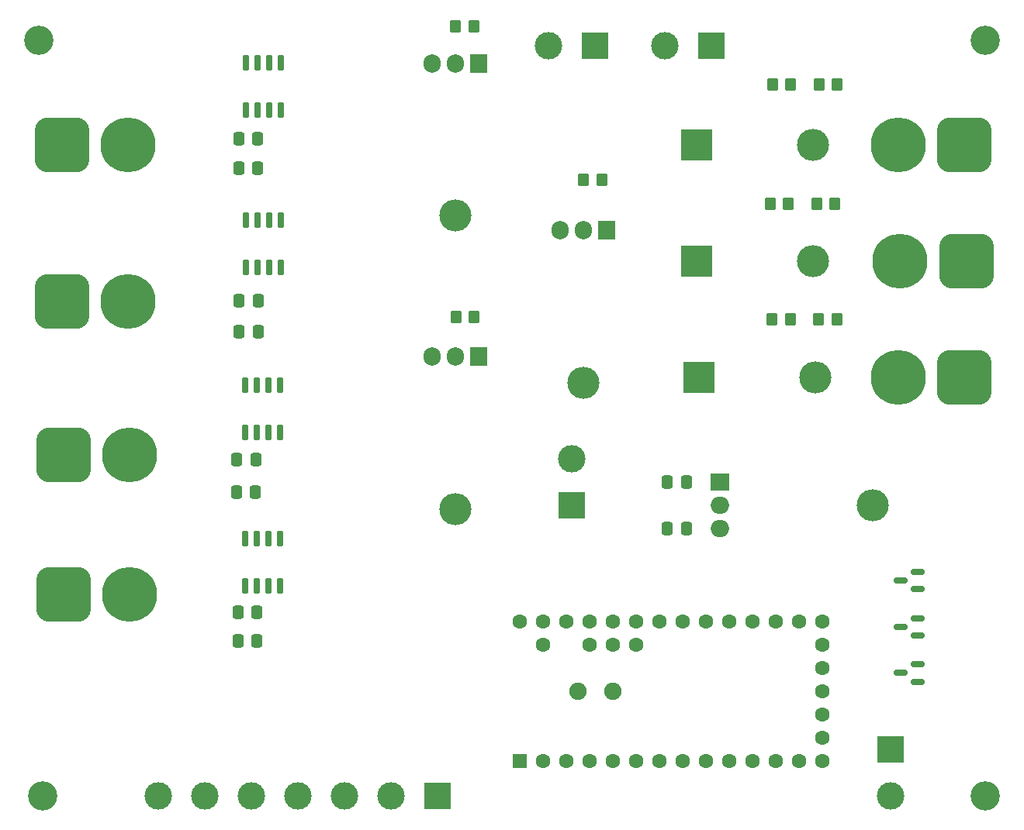
<source format=gts>
G04 #@! TF.GenerationSoftware,KiCad,Pcbnew,6.0.9-8da3e8f707~116~ubuntu22.04.1*
G04 #@! TF.CreationDate,2022-12-04T14:53:19+01:00*
G04 #@! TF.ProjectId,robot_power,726f626f-745f-4706-9f77-65722e6b6963,rev?*
G04 #@! TF.SameCoordinates,Original*
G04 #@! TF.FileFunction,Soldermask,Top*
G04 #@! TF.FilePolarity,Negative*
%FSLAX46Y46*%
G04 Gerber Fmt 4.6, Leading zero omitted, Abs format (unit mm)*
G04 Created by KiCad (PCBNEW 6.0.9-8da3e8f707~116~ubuntu22.04.1) date 2022-12-04 14:53:19*
%MOMM*%
%LPD*%
G01*
G04 APERTURE LIST*
G04 Aperture macros list*
%AMRoundRect*
0 Rectangle with rounded corners*
0 $1 Rounding radius*
0 $2 $3 $4 $5 $6 $7 $8 $9 X,Y pos of 4 corners*
0 Add a 4 corners polygon primitive as box body*
4,1,4,$2,$3,$4,$5,$6,$7,$8,$9,$2,$3,0*
0 Add four circle primitives for the rounded corners*
1,1,$1+$1,$2,$3*
1,1,$1+$1,$4,$5*
1,1,$1+$1,$6,$7*
1,1,$1+$1,$8,$9*
0 Add four rect primitives between the rounded corners*
20,1,$1+$1,$2,$3,$4,$5,0*
20,1,$1+$1,$4,$5,$6,$7,0*
20,1,$1+$1,$6,$7,$8,$9,0*
20,1,$1+$1,$8,$9,$2,$3,0*%
G04 Aperture macros list end*
%ADD10R,3.000000X3.000000*%
%ADD11C,3.000000*%
%ADD12RoundRect,0.150000X-0.150000X0.725000X-0.150000X-0.725000X0.150000X-0.725000X0.150000X0.725000X0*%
%ADD13RoundRect,0.250000X-0.350000X-0.450000X0.350000X-0.450000X0.350000X0.450000X-0.350000X0.450000X0*%
%ADD14RoundRect,0.150000X0.587500X0.150000X-0.587500X0.150000X-0.587500X-0.150000X0.587500X-0.150000X0*%
%ADD15C,3.200000*%
%ADD16RoundRect,0.250000X0.337500X0.475000X-0.337500X0.475000X-0.337500X-0.475000X0.337500X-0.475000X0*%
%ADD17O,3.500000X3.500000*%
%ADD18R,1.905000X2.000000*%
%ADD19O,1.905000X2.000000*%
%ADD20RoundRect,1.500000X-1.500000X-1.500000X1.500000X-1.500000X1.500000X1.500000X-1.500000X1.500000X0*%
%ADD21C,6.000000*%
%ADD22RoundRect,0.250000X0.350000X0.450000X-0.350000X0.450000X-0.350000X-0.450000X0.350000X-0.450000X0*%
%ADD23RoundRect,1.500000X1.500000X1.500000X-1.500000X1.500000X-1.500000X-1.500000X1.500000X-1.500000X0*%
%ADD24R,3.500000X3.500000*%
%ADD25R,2.000000X1.905000*%
%ADD26O,2.000000X1.905000*%
%ADD27R,1.600000X1.600000*%
%ADD28C,1.600000*%
%ADD29C,1.900000*%
G04 APERTURE END LIST*
D10*
X257683000Y-133350000D03*
D11*
X257683000Y-138430000D03*
D12*
X191135000Y-75530000D03*
X189865000Y-75530000D03*
X188595000Y-75530000D03*
X187325000Y-75530000D03*
X187325000Y-80680000D03*
X188595000Y-80680000D03*
X189865000Y-80680000D03*
X191135000Y-80680000D03*
D13*
X210185000Y-54356000D03*
X212185000Y-54356000D03*
D14*
X260652500Y-120965000D03*
X260652500Y-119065000D03*
X258777500Y-120015000D03*
D15*
X165100000Y-138430000D03*
D16*
X188341000Y-105283000D03*
X186266000Y-105283000D03*
D13*
X224155000Y-71120000D03*
X226155000Y-71120000D03*
D17*
X210185000Y-107125000D03*
D18*
X212725000Y-90465000D03*
D19*
X210185000Y-90465000D03*
X207645000Y-90465000D03*
D20*
X167215000Y-84455000D03*
D21*
X174415000Y-84455000D03*
D22*
X251809000Y-86360000D03*
X249809000Y-86360000D03*
D23*
X265700000Y-92710000D03*
D21*
X258500000Y-92710000D03*
D16*
X188595000Y-69850000D03*
X186520000Y-69850000D03*
D10*
X222885000Y-106680000D03*
D11*
X222885000Y-101600000D03*
D22*
X246491000Y-73787000D03*
X244491000Y-73787000D03*
D16*
X188638000Y-87757000D03*
X186563000Y-87757000D03*
X188489500Y-118364000D03*
X186414500Y-118364000D03*
D15*
X164719000Y-55880000D03*
D17*
X224155000Y-93345000D03*
D18*
X226695000Y-76685000D03*
D19*
X224155000Y-76685000D03*
X221615000Y-76685000D03*
D24*
X236490000Y-67310000D03*
D17*
X249190000Y-67310000D03*
D24*
X236490000Y-80010000D03*
D17*
X249190000Y-80010000D03*
D14*
X260652500Y-115885000D03*
X260652500Y-113985000D03*
X258777500Y-114935000D03*
X260652500Y-125979000D03*
X260652500Y-124079000D03*
X258777500Y-125029000D03*
D17*
X255715000Y-106680000D03*
D25*
X239055000Y-104140000D03*
D26*
X239055000Y-106680000D03*
X239055000Y-109220000D03*
D12*
X191008000Y-93564000D03*
X189738000Y-93564000D03*
X188468000Y-93564000D03*
X187198000Y-93564000D03*
X187198000Y-98714000D03*
X188468000Y-98714000D03*
X189738000Y-98714000D03*
X191008000Y-98714000D03*
D22*
X251825000Y-60706000D03*
X249825000Y-60706000D03*
D20*
X167425000Y-116437500D03*
D21*
X174625000Y-116437500D03*
D22*
X246745000Y-60706000D03*
X244745000Y-60706000D03*
D23*
X265910000Y-80010000D03*
D21*
X258710000Y-80010000D03*
D17*
X210185000Y-75080000D03*
D18*
X212725000Y-58420000D03*
D19*
X210185000Y-58420000D03*
X207645000Y-58420000D03*
D16*
X188384000Y-101727000D03*
X186309000Y-101727000D03*
D10*
X225425000Y-56515000D03*
D11*
X220345000Y-56515000D03*
D23*
X265700000Y-67310000D03*
D21*
X258500000Y-67310000D03*
D12*
X191135000Y-58385000D03*
X189865000Y-58385000D03*
X188595000Y-58385000D03*
X187325000Y-58385000D03*
X187325000Y-63535000D03*
X188595000Y-63535000D03*
X189865000Y-63535000D03*
X191135000Y-63535000D03*
X191029500Y-110363000D03*
X189759500Y-110363000D03*
X188489500Y-110363000D03*
X187219500Y-110363000D03*
X187219500Y-115513000D03*
X188489500Y-115513000D03*
X189759500Y-115513000D03*
X191029500Y-115513000D03*
D15*
X267970000Y-138430000D03*
D22*
X246729000Y-86360000D03*
X244729000Y-86360000D03*
D27*
X217170000Y-134620000D03*
D28*
X219710000Y-134620000D03*
X222250000Y-134620000D03*
X224790000Y-134620000D03*
X227330000Y-134620000D03*
X229870000Y-134620000D03*
X232410000Y-134620000D03*
X234950000Y-134620000D03*
X237490000Y-134620000D03*
X240030000Y-134620000D03*
X242570000Y-134620000D03*
X245110000Y-134620000D03*
X247650000Y-134620000D03*
X250190000Y-134620000D03*
X250190000Y-132080000D03*
X250190000Y-129540000D03*
X250190000Y-127000000D03*
X250190000Y-124460000D03*
X250190000Y-121920000D03*
X250190000Y-119380000D03*
X247650000Y-119380000D03*
X245110000Y-119380000D03*
X242570000Y-119380000D03*
X240030000Y-119380000D03*
X237490000Y-119380000D03*
X234950000Y-119380000D03*
X232410000Y-119380000D03*
X229870000Y-119380000D03*
X227330000Y-119380000D03*
X224790000Y-119380000D03*
X222250000Y-119380000D03*
X219710000Y-119380000D03*
X217170000Y-119380000D03*
X219710000Y-121920000D03*
X224790000Y-121920000D03*
X227330000Y-121920000D03*
X229870000Y-121920000D03*
D29*
X227330000Y-127000000D03*
X223520000Y-127000000D03*
D10*
X238125000Y-56515000D03*
D11*
X233045000Y-56515000D03*
D16*
X188616500Y-84328000D03*
X186541500Y-84328000D03*
X188489500Y-121539000D03*
X186414500Y-121539000D03*
X235352500Y-104140000D03*
X233277500Y-104140000D03*
D20*
X167425000Y-101197500D03*
D21*
X174625000Y-101197500D03*
D16*
X188595000Y-66675000D03*
X186520000Y-66675000D03*
D24*
X236700000Y-92710000D03*
D17*
X249400000Y-92710000D03*
D13*
X210201000Y-86106000D03*
X212201000Y-86106000D03*
D16*
X235352500Y-109220000D03*
X233277500Y-109220000D03*
D20*
X167215000Y-67310000D03*
D21*
X174415000Y-67310000D03*
D15*
X267970000Y-55880000D03*
D22*
X251571000Y-73787000D03*
X249571000Y-73787000D03*
D10*
X208192500Y-138430000D03*
D11*
X203112500Y-138430000D03*
X198032500Y-138430000D03*
X192952500Y-138430000D03*
X187872500Y-138430000D03*
X182792500Y-138430000D03*
X177712500Y-138430000D03*
M02*

</source>
